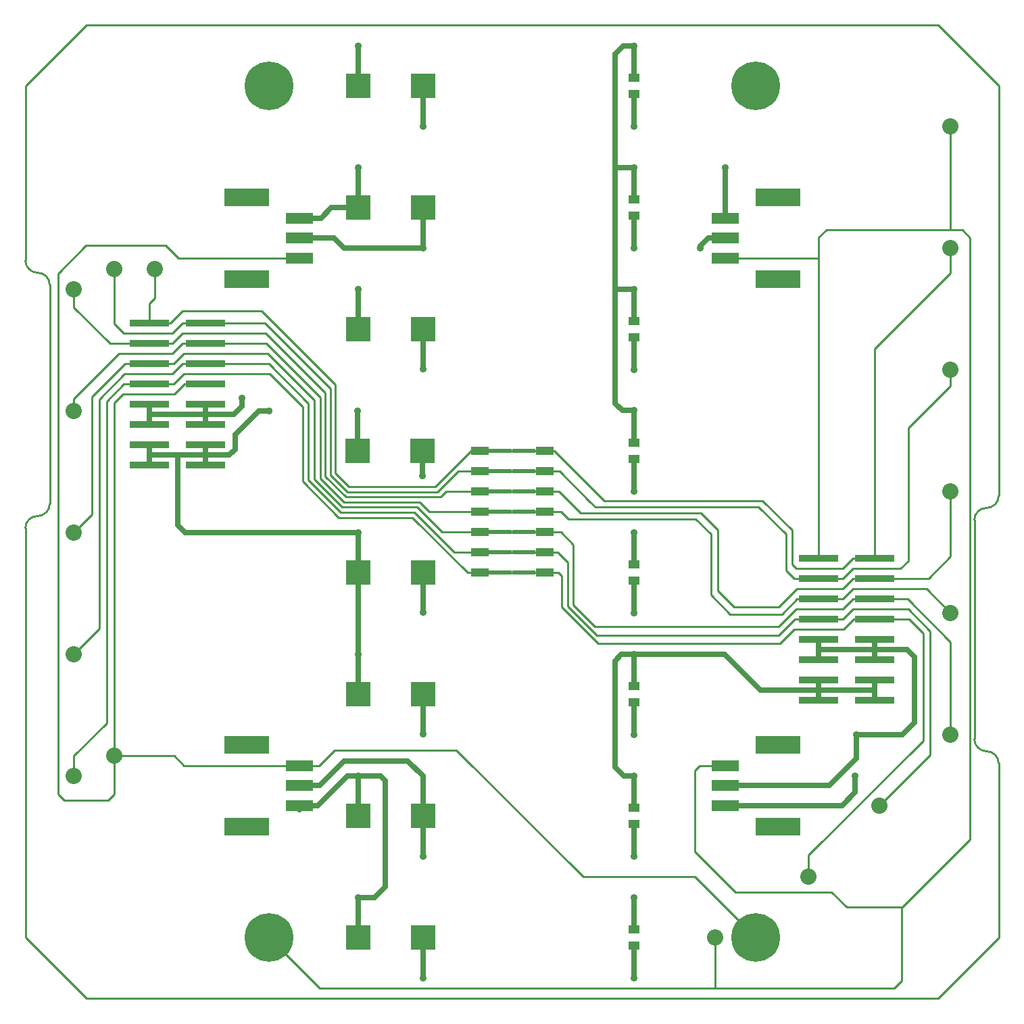
<source format=gbl>
G04 #@! TF.FileFunction,Copper,L2,Bot,Signal*
%FSLAX46Y46*%
G04 Gerber Fmt 4.6, Leading zero omitted, Abs format (unit mm)*
G04 Created by KiCad (PCBNEW 0.201504141001+5596~22~ubuntu14.10.1-product) date Friday 17 April 2015 10:18:20 PM IST*
%MOMM*%
G01*
G04 APERTURE LIST*
%ADD10C,0.152400*%
%ADD11C,0.254000*%
%ADD12R,5.000000X0.900000*%
%ADD13R,2.200000X1.016000*%
%ADD14R,3.000000X0.500000*%
%ADD15R,3.048000X3.048000*%
%ADD16R,3.400000X1.400000*%
%ADD17R,5.600000X2.300000*%
%ADD18R,1.422400X1.066800*%
%ADD19C,6.096000*%
%ADD20C,2.032000*%
%ADD21C,0.889000*%
%ADD22C,0.635000*%
G04 APERTURE END LIST*
D10*
D11*
X147320000Y-33020000D02*
X139700000Y-25400000D01*
X147320000Y-139700000D02*
X139700000Y-147320000D01*
X25400000Y-139700000D02*
X33020000Y-147320000D01*
X33020000Y-25400000D02*
X25400000Y-33020000D01*
X147320000Y-117856000D02*
G75*
G03X145796000Y-116332000I-1524000J0D01*
G01*
X144272000Y-114808000D02*
G75*
G03X145796000Y-116332000I1524000J0D01*
G01*
X145796000Y-85852000D02*
G75*
G03X144272000Y-87376000I0J-1524000D01*
G01*
X145796000Y-85852000D02*
G75*
G03X147320000Y-84328000I0J1524000D01*
G01*
X25400000Y-54864000D02*
G75*
G03X26924000Y-56388000I1524000J0D01*
G01*
X28448000Y-57912000D02*
G75*
G03X26924000Y-56388000I-1524000J0D01*
G01*
X26924000Y-86868000D02*
G75*
G03X25400000Y-88392000I0J-1524000D01*
G01*
X26924000Y-86868000D02*
G75*
G03X28448000Y-85344000I0J1524000D01*
G01*
X147320000Y-84328000D02*
X147320000Y-33020000D01*
X147320000Y-117856000D02*
X147320000Y-139700000D01*
X25400000Y-88392000D02*
X25400000Y-139700000D01*
X25400000Y-54864000D02*
X25400000Y-33020000D01*
X144272000Y-101092000D02*
X144272000Y-114808000D01*
X144272000Y-101092000D02*
X144272000Y-87376000D01*
X28448000Y-71628000D02*
X28448000Y-85344000D01*
X28448000Y-71628000D02*
X28448000Y-57912000D01*
X139700000Y-147320000D02*
X33020000Y-147320000D01*
X33020000Y-25400000D02*
X139700000Y-25400000D01*
D12*
X124770000Y-92202000D03*
X131770000Y-92202000D03*
X131770000Y-94742000D03*
X124770000Y-94742000D03*
X131770000Y-97282000D03*
X124770000Y-97282000D03*
X131770000Y-99822000D03*
X124770000Y-99822000D03*
X131770000Y-102362000D03*
X124770000Y-102362000D03*
X131770000Y-104902000D03*
X124770000Y-104902000D03*
X131770000Y-107442000D03*
X124770000Y-107442000D03*
X131770000Y-109982000D03*
X124770000Y-109982000D03*
X40950000Y-62738000D03*
X47950000Y-62738000D03*
X47950000Y-65278000D03*
X40950000Y-65278000D03*
X47950000Y-67818000D03*
X40950000Y-67818000D03*
X47950000Y-70358000D03*
X40950000Y-70358000D03*
X47950000Y-72898000D03*
X40950000Y-72898000D03*
X47950000Y-75438000D03*
X40950000Y-75438000D03*
X47950000Y-77978000D03*
X40950000Y-77978000D03*
X47950000Y-80518000D03*
X40950000Y-80518000D03*
D13*
X90424000Y-78740000D03*
X82296000Y-78740000D03*
D14*
X84860000Y-78740000D03*
X87860000Y-78740000D03*
D13*
X90424000Y-81280000D03*
X82296000Y-81280000D03*
D14*
X84860000Y-81280000D03*
X87860000Y-81280000D03*
D13*
X90424000Y-83820000D03*
X82296000Y-83820000D03*
D14*
X84860000Y-83820000D03*
X87860000Y-83820000D03*
D13*
X90424000Y-86360000D03*
X82296000Y-86360000D03*
D14*
X84860000Y-86360000D03*
X87860000Y-86360000D03*
D13*
X90424000Y-88900000D03*
X82296000Y-88900000D03*
D14*
X84860000Y-88900000D03*
X87860000Y-88900000D03*
D13*
X90424000Y-91440000D03*
X82296000Y-91440000D03*
D14*
X84860000Y-91440000D03*
X87860000Y-91440000D03*
D13*
X90424000Y-93980000D03*
X82296000Y-93980000D03*
D14*
X84860000Y-93980000D03*
X87860000Y-93980000D03*
D15*
X75184000Y-139700000D03*
X67056000Y-139700000D03*
X75184000Y-124460000D03*
X67056000Y-124460000D03*
X75184000Y-109220000D03*
X67056000Y-109220000D03*
X75184000Y-93980000D03*
X67056000Y-93980000D03*
X75171300Y-78740000D03*
X67043300Y-78740000D03*
X75184000Y-63500000D03*
X67056000Y-63500000D03*
X75184000Y-48260000D03*
X67056000Y-48260000D03*
X75184000Y-33020000D03*
X67056000Y-33020000D03*
D16*
X59690000Y-52070000D03*
X59690000Y-54570000D03*
D17*
X53090000Y-57170000D03*
X53090000Y-46970000D03*
D16*
X59690000Y-49570000D03*
X113030000Y-52070000D03*
X113030000Y-49570000D03*
D17*
X119630000Y-46970000D03*
X119630000Y-57170000D03*
D16*
X113030000Y-54570000D03*
X59690000Y-120650000D03*
X59690000Y-123150000D03*
D17*
X53090000Y-125750000D03*
X53090000Y-115550000D03*
D16*
X59690000Y-118150000D03*
X113030000Y-120650000D03*
X113030000Y-118150000D03*
D17*
X119630000Y-115550000D03*
X119630000Y-125750000D03*
D16*
X113030000Y-123150000D03*
D18*
X101600000Y-32004000D03*
X101600000Y-34036000D03*
X101600000Y-47244000D03*
X101600000Y-49276000D03*
X101600000Y-62484000D03*
X101600000Y-64516000D03*
X101600000Y-77724000D03*
X101600000Y-79756000D03*
X101600000Y-92964000D03*
X101600000Y-94996000D03*
X101600000Y-108204000D03*
X101600000Y-110236000D03*
X101600000Y-123444000D03*
X101600000Y-125476000D03*
X101600000Y-138684000D03*
X101600000Y-140716000D03*
D19*
X55880000Y-139700000D03*
X116840000Y-139700000D03*
X55880000Y-33020000D03*
X116840000Y-33020000D03*
D20*
X36512500Y-116903500D03*
X123507500Y-132016500D03*
X31432500Y-119443500D03*
X132397500Y-123126500D03*
X31432500Y-104203500D03*
X141287500Y-114236500D03*
X31432500Y-88963500D03*
X141287500Y-98996500D03*
X31432500Y-73723500D03*
X141300200Y-83769200D03*
X31432500Y-58483500D03*
X141287500Y-68516500D03*
X36512500Y-55943500D03*
X141287500Y-53276500D03*
X41592500Y-55943500D03*
X141287500Y-38036500D03*
X111760000Y-139700000D03*
D21*
X52565300Y-72072500D03*
X75184000Y-144729200D03*
X75184000Y-129489200D03*
X75184000Y-114198400D03*
X75184000Y-98958400D03*
X75184000Y-68478400D03*
X75184000Y-53289200D03*
X75184000Y-38049200D03*
X109931200Y-53289200D03*
X75171300Y-81813400D03*
X101600000Y-38049200D03*
X101600000Y-53289200D03*
X101600000Y-68529200D03*
X101600000Y-83769200D03*
X101600000Y-99009200D03*
X101600000Y-114249200D03*
X101600000Y-129489200D03*
X101600000Y-144729200D03*
X129476500Y-114236500D03*
X113030000Y-43230800D03*
X55943500Y-73723500D03*
X129362200Y-119443500D03*
X67056000Y-134670800D03*
X67056000Y-119430800D03*
X67056000Y-104190800D03*
X67056000Y-88950800D03*
X67056000Y-58470800D03*
X67056000Y-43230800D03*
X67056000Y-27990800D03*
X67043300Y-73723500D03*
X101600000Y-27990800D03*
X101600000Y-43230800D03*
X101600000Y-58470800D03*
X101650800Y-73660000D03*
X101600000Y-88950800D03*
X101600000Y-104190800D03*
X101600000Y-119430800D03*
X101600000Y-134670800D03*
D11*
X59690000Y-118150000D02*
X62190000Y-118150000D01*
X109220000Y-132080000D02*
X116840000Y-139700000D01*
X95250000Y-132080000D02*
X109220000Y-132080000D01*
X79375000Y-116205000D02*
X95250000Y-132080000D01*
X64135000Y-116205000D02*
X79375000Y-116205000D01*
X62190000Y-118150000D02*
X64135000Y-116205000D01*
X36512500Y-116903500D02*
X36512500Y-121737500D01*
X29500000Y-121750000D02*
X29500000Y-56500000D01*
X30250000Y-122500000D02*
X29500000Y-121750000D01*
X35750000Y-122500000D02*
X30250000Y-122500000D01*
X36512500Y-121737500D02*
X35750000Y-122500000D01*
X59690000Y-54570000D02*
X44570000Y-54570000D01*
X44570000Y-54570000D02*
X43000000Y-53000000D01*
X43000000Y-53000000D02*
X33000000Y-53000000D01*
X33000000Y-53000000D02*
X29500000Y-56500000D01*
X44069000Y-71628000D02*
X37592000Y-71628000D01*
X47950000Y-70358000D02*
X45339000Y-70358000D01*
X45339000Y-70358000D02*
X44069000Y-71628000D01*
X59690000Y-118150000D02*
X45277400Y-118150000D01*
X44030900Y-116903500D02*
X45277400Y-118150000D01*
X36512500Y-116903500D02*
X44030900Y-116903500D01*
X36512500Y-72707500D02*
X37592000Y-71628000D01*
X36512500Y-116903500D02*
X36512500Y-72707500D01*
X73850500Y-87058500D02*
X64643000Y-87058500D01*
X87860000Y-93980000D02*
X84860000Y-93980000D01*
X137871200Y-101574600D02*
X137871200Y-114985800D01*
X137871200Y-114985800D02*
X123507500Y-129349500D01*
X87630000Y-93980000D02*
X90424000Y-93980000D01*
X121666000Y-101092000D02*
X119888000Y-102870000D01*
X121666000Y-101092000D02*
X127889000Y-101092000D01*
X129159000Y-99822000D02*
X131770000Y-99822000D01*
X127889000Y-101092000D02*
X129159000Y-99822000D01*
X90424000Y-93980000D02*
X92151200Y-93980000D01*
X97142300Y-102870000D02*
X92544900Y-98272600D01*
X92544900Y-98272600D02*
X92544900Y-94373700D01*
X92544900Y-94373700D02*
X92151200Y-93980000D01*
X119888000Y-102870000D02*
X97142300Y-102870000D01*
X131770000Y-99822000D02*
X136118600Y-99822000D01*
X136118600Y-99822000D02*
X137871200Y-101574600D01*
X123507500Y-132016500D02*
X123507500Y-129349500D01*
X85090000Y-93980000D02*
X82296000Y-93980000D01*
X80772000Y-93980000D02*
X73850500Y-87058500D01*
X82296000Y-93980000D02*
X80772000Y-93980000D01*
X60109100Y-73190100D02*
X56007000Y-69088000D01*
X64643000Y-87058500D02*
X60109100Y-82524600D01*
X60109100Y-82524600D02*
X60109100Y-73190100D01*
X43942000Y-70358000D02*
X40950000Y-70358000D01*
X37719000Y-70358000D02*
X35572700Y-72504300D01*
X40950000Y-70358000D02*
X37719000Y-70358000D01*
X35572700Y-72504300D02*
X35572700Y-112788700D01*
X31432500Y-116928900D02*
X35572700Y-112788700D01*
X31432500Y-119443500D02*
X31432500Y-116928900D01*
X45212000Y-69088000D02*
X56007000Y-69088000D01*
X43942000Y-70358000D02*
X45212000Y-69088000D01*
X74142600Y-86436200D02*
X64858900Y-86436200D01*
X84860000Y-91440000D02*
X87860000Y-91440000D01*
X138760200Y-101269800D02*
X138760200Y-116763800D01*
X138760200Y-116763800D02*
X132397500Y-123126500D01*
X90424000Y-91440000D02*
X87630000Y-91440000D01*
X124770000Y-99822000D02*
X121793000Y-99822000D01*
X92087700Y-91440000D02*
X90424000Y-91440000D01*
X121793000Y-99822000D02*
X119761000Y-101854000D01*
X124770000Y-99822000D02*
X126873000Y-99822000D01*
X97015300Y-101854000D02*
X93345000Y-98183700D01*
X93345000Y-98183700D02*
X93345000Y-92697300D01*
X93345000Y-92697300D02*
X92087700Y-91440000D01*
X119761000Y-101854000D02*
X97015300Y-101854000D01*
X136042400Y-98552000D02*
X138760200Y-101269800D01*
X127762000Y-99822000D02*
X124770000Y-99822000D01*
X127762000Y-99822000D02*
X129032000Y-98552000D01*
X129032000Y-98552000D02*
X136042400Y-98552000D01*
X85090000Y-91440000D02*
X82296000Y-91440000D01*
X82296000Y-91440000D02*
X82296000Y-91135200D01*
X79146400Y-91440000D02*
X74142600Y-86436200D01*
X82296000Y-91440000D02*
X79146400Y-91440000D01*
X64858900Y-86436200D02*
X60807600Y-82384900D01*
X60807600Y-82384900D02*
X60807600Y-72745600D01*
X60807600Y-72745600D02*
X55880000Y-67818000D01*
X47950000Y-67818000D02*
X55880000Y-67818000D01*
X47950000Y-67818000D02*
X45085000Y-67818000D01*
X37795200Y-69088000D02*
X34645600Y-72237600D01*
X43815000Y-69088000D02*
X37795200Y-69088000D01*
X45085000Y-67818000D02*
X43815000Y-69088000D01*
X34645600Y-100990400D02*
X31432500Y-104203500D01*
X34645600Y-72237600D02*
X34645600Y-100990400D01*
X61569600Y-82232500D02*
X61569600Y-72390000D01*
X87860000Y-88900000D02*
X84860000Y-88900000D01*
X87630000Y-88900000D02*
X90424000Y-88900000D01*
X127762000Y-98552000D02*
X121920000Y-98552000D01*
X92481400Y-88900000D02*
X90424000Y-88900000D01*
X121920000Y-98552000D02*
X119761000Y-100711000D01*
X131770000Y-97282000D02*
X129032000Y-97282000D01*
X129032000Y-97282000D02*
X127762000Y-98552000D01*
X131770000Y-97282000D02*
X135940800Y-97282000D01*
X141287500Y-102628700D02*
X135940800Y-97282000D01*
X141287500Y-114236500D02*
X141287500Y-102628700D01*
X96748600Y-100711000D02*
X94030800Y-97993200D01*
X94030800Y-97993200D02*
X94030800Y-90449400D01*
X94030800Y-90449400D02*
X92481400Y-88900000D01*
X119761000Y-100711000D02*
X96748600Y-100711000D01*
X82296000Y-88900000D02*
X85090000Y-88900000D01*
X77584300Y-88900000D02*
X74447400Y-85763100D01*
X74447400Y-85763100D02*
X65100200Y-85763100D01*
X65100200Y-85763100D02*
X61569600Y-82232500D01*
X82296000Y-88900000D02*
X77584300Y-88900000D01*
X61569600Y-72390000D02*
X55727600Y-66548000D01*
X55727600Y-66548000D02*
X45212000Y-66548000D01*
X45212000Y-66548000D02*
X43942000Y-67818000D01*
X43942000Y-67818000D02*
X40950000Y-67818000D01*
X40950000Y-67818000D02*
X37896800Y-67818000D01*
X37896800Y-67818000D02*
X33743900Y-71970900D01*
X33743900Y-86652100D02*
X31432500Y-88963500D01*
X33743900Y-71970900D02*
X33743900Y-86652100D01*
X120142000Y-99187000D02*
X113665000Y-99187000D01*
X109347000Y-87249000D02*
X93383100Y-87249000D01*
X111252000Y-89154000D02*
X109347000Y-87249000D01*
X111252000Y-96774000D02*
X111252000Y-89154000D01*
X113665000Y-99187000D02*
X111252000Y-96774000D01*
X74764900Y-85140800D02*
X65316100Y-85140800D01*
X84860000Y-86360000D02*
X87860000Y-86360000D01*
X90424000Y-86360000D02*
X87630000Y-86360000D01*
X92494100Y-86360000D02*
X90424000Y-86360000D01*
X122047000Y-97282000D02*
X120142000Y-99187000D01*
X124770000Y-97282000D02*
X122047000Y-97282000D01*
X127762000Y-97282000D02*
X124770000Y-97282000D01*
X127762000Y-97282000D02*
X129032000Y-96012000D01*
X129032000Y-96012000D02*
X138303000Y-96012000D01*
X93383100Y-87249000D02*
X92494100Y-86360000D01*
X138303000Y-96012000D02*
X141287500Y-98996500D01*
X85090000Y-86360000D02*
X82296000Y-86360000D01*
X75984100Y-86360000D02*
X74764900Y-85140800D01*
X82296000Y-86360000D02*
X75984100Y-86360000D01*
X65316100Y-85140800D02*
X62318900Y-82143600D01*
X62318900Y-82143600D02*
X62318900Y-72021700D01*
X62318900Y-72021700D02*
X55575200Y-65278000D01*
X47950000Y-65278000D02*
X55575200Y-65278000D01*
X45085000Y-65278000D02*
X43815000Y-66548000D01*
X47950000Y-65278000D02*
X45085000Y-65278000D01*
X37109400Y-66548000D02*
X31432500Y-72224900D01*
X31432500Y-72224900D02*
X31432500Y-73723500D01*
X43815000Y-66548000D02*
X37109400Y-66548000D01*
X119761000Y-98298000D02*
X114173000Y-98298000D01*
X109982000Y-86487000D02*
X94907100Y-86487000D01*
X112141000Y-88646000D02*
X109982000Y-86487000D01*
X112141000Y-96266000D02*
X112141000Y-88646000D01*
X114173000Y-98298000D02*
X112141000Y-96266000D01*
X87860000Y-83820000D02*
X84860000Y-83820000D01*
X131770000Y-94742000D02*
X138508000Y-94742000D01*
X141300200Y-91949800D02*
X141300200Y-83769200D01*
X138508000Y-94742000D02*
X141300200Y-91949800D01*
X87630000Y-83820000D02*
X90424000Y-83820000D01*
X94907100Y-86487000D02*
X92240100Y-83820000D01*
X127762000Y-96012000D02*
X122047000Y-96012000D01*
X122047000Y-96012000D02*
X119761000Y-98298000D01*
X129032000Y-94742000D02*
X127762000Y-96012000D01*
X129032000Y-94742000D02*
X131770000Y-94742000D01*
X90424000Y-83820000D02*
X92240100Y-83820000D01*
X82296000Y-83820000D02*
X85090000Y-83820000D01*
X78092300Y-83820000D02*
X77419200Y-84493100D01*
X77419200Y-84493100D02*
X65532002Y-84493100D01*
X82296000Y-83820000D02*
X78092300Y-83820000D01*
X62941200Y-81902298D02*
X62941200Y-71450200D01*
X65532002Y-84493100D02*
X62941200Y-81902298D01*
X62941200Y-71450200D02*
X55499000Y-64008000D01*
X45085000Y-64008000D02*
X43815000Y-65278000D01*
X55499000Y-64008000D02*
X45085000Y-64008000D01*
X43815000Y-65278000D02*
X40950000Y-65278000D01*
X35991800Y-65278000D02*
X31432500Y-60718700D01*
X31432500Y-60718700D02*
X31432500Y-58483500D01*
X40950000Y-65278000D02*
X35991800Y-65278000D01*
X124770000Y-94742000D02*
X121666000Y-94742000D01*
X96774000Y-85725000D02*
X96062800Y-85013800D01*
X117221000Y-85725000D02*
X96774000Y-85725000D01*
X120650000Y-89154000D02*
X117221000Y-85725000D01*
X120650000Y-93726000D02*
X120650000Y-89154000D01*
X121666000Y-94742000D02*
X120650000Y-93726000D01*
X77038200Y-83832700D02*
X65735200Y-83832700D01*
X84860000Y-81280000D02*
X87860000Y-81280000D01*
X129032000Y-93472000D02*
X135028000Y-93472000D01*
X136000000Y-75848700D02*
X141287500Y-70561200D01*
X136000000Y-92500000D02*
X136000000Y-75848700D01*
X135028000Y-93472000D02*
X136000000Y-92500000D01*
X90424000Y-81280000D02*
X87630000Y-81280000D01*
X92329000Y-81280000D02*
X90424000Y-81280000D01*
X127762000Y-94742000D02*
X124770000Y-94742000D01*
X127762000Y-94742000D02*
X129032000Y-93472000D01*
X96062800Y-85013800D02*
X92329000Y-81280000D01*
X141287500Y-70561200D02*
X141287500Y-68516500D01*
X85090000Y-81280000D02*
X82296000Y-81280000D01*
X79590900Y-81280000D02*
X77038200Y-83832700D01*
X82296000Y-81280000D02*
X79590900Y-81280000D01*
X65735200Y-83832700D02*
X63614300Y-81711800D01*
X63614300Y-81711800D02*
X63614300Y-70929500D01*
X63614300Y-70929500D02*
X55422800Y-62738000D01*
X47950000Y-62738000D02*
X55422800Y-62738000D01*
X43815000Y-64008000D02*
X37719000Y-64008000D01*
X45085000Y-62738000D02*
X43815000Y-64008000D01*
X47950000Y-62738000D02*
X45085000Y-62738000D01*
X36512500Y-62801500D02*
X37719000Y-64008000D01*
X36512500Y-55943500D02*
X36512500Y-62801500D01*
X90424000Y-78740000D02*
X91681300Y-78740000D01*
X121920000Y-93472000D02*
X121412000Y-92964000D01*
X127762000Y-93472000D02*
X121920000Y-93472000D01*
X129032000Y-92202000D02*
X127762000Y-93472000D01*
X121412000Y-88620600D02*
X117754400Y-84963000D01*
X117754400Y-84963000D02*
X97904300Y-84963000D01*
X121412000Y-92964000D02*
X121412000Y-88620600D01*
X129032000Y-92202000D02*
X131770000Y-92202000D01*
X91681300Y-78740000D02*
X97904300Y-84963000D01*
X76771500Y-83172300D02*
X65913000Y-83172300D01*
X87860000Y-78740000D02*
X84860000Y-78740000D01*
X131770000Y-92202000D02*
X131770000Y-65930900D01*
X141287500Y-56413400D02*
X141287500Y-53276500D01*
X131770000Y-65930900D02*
X141287500Y-56413400D01*
X87630000Y-78740000D02*
X90424000Y-78740000D01*
X82296000Y-78740000D02*
X85090000Y-78740000D01*
X81203800Y-78740000D02*
X76771500Y-83172300D01*
X82296000Y-78740000D02*
X81203800Y-78740000D01*
X65913000Y-83172300D02*
X64236600Y-81495900D01*
X64236600Y-70434200D02*
X55016400Y-61214000D01*
X64236600Y-81495900D02*
X64236600Y-70434200D01*
X45085000Y-61214000D02*
X55016400Y-61214000D01*
X43561000Y-62738000D02*
X45085000Y-61214000D01*
X40950000Y-62738000D02*
X43561000Y-62738000D01*
X41592500Y-59575700D02*
X41592500Y-55943500D01*
X40950000Y-60218200D02*
X41592500Y-59575700D01*
X40950000Y-62738000D02*
X40950000Y-60218200D01*
X135197500Y-135890000D02*
X135197500Y-145052500D01*
X134200000Y-146050000D02*
X111760000Y-146050000D01*
X135197500Y-145052500D02*
X134200000Y-146050000D01*
X126365000Y-133985000D02*
X114300000Y-133985000D01*
X114300000Y-133985000D02*
X109220000Y-128905000D01*
X128270000Y-135890000D02*
X135197500Y-135890000D01*
X135197500Y-135890000D02*
X135255000Y-135890000D01*
X126365000Y-133985000D02*
X128270000Y-135890000D01*
X143751300Y-52001300D02*
X143751300Y-127393700D01*
X142750000Y-51000000D02*
X143751300Y-52001300D01*
X141287500Y-51000000D02*
X142750000Y-51000000D01*
X143751300Y-127393700D02*
X135255000Y-135890000D01*
X111760000Y-139700000D02*
X111760000Y-146050000D01*
X62230000Y-146050000D02*
X55880000Y-139700000D01*
X111760000Y-146050000D02*
X62230000Y-146050000D01*
X113030000Y-118150000D02*
X109850000Y-118150000D01*
X141287500Y-38036500D02*
X141287500Y-51000000D01*
X124770000Y-54570000D02*
X124770000Y-51980000D01*
X124770000Y-51980000D02*
X125750000Y-51000000D01*
X125750000Y-51000000D02*
X141287500Y-51000000D01*
X124770000Y-92202000D02*
X124770000Y-54570000D01*
X113030000Y-54570000D02*
X124770000Y-54570000D01*
X109220000Y-128905000D02*
X109220000Y-118780000D01*
X109220000Y-118780000D02*
X109850000Y-118150000D01*
D22*
X131750000Y-103632000D02*
X135882000Y-103632000D01*
X135263500Y-114236500D02*
X129476500Y-114236500D01*
X136750000Y-112750000D02*
X135263500Y-114236500D01*
X136750000Y-104500000D02*
X136750000Y-112750000D01*
X135882000Y-103632000D02*
X136750000Y-104500000D01*
X51485800Y-74168000D02*
X52565300Y-73088500D01*
X52565300Y-73088500D02*
X52565300Y-72072500D01*
X47950000Y-74168000D02*
X51485800Y-74168000D01*
X109931200Y-53289200D02*
X109931200Y-53068800D01*
X110930000Y-52070000D02*
X113030000Y-52070000D01*
X109931200Y-53068800D02*
X110930000Y-52070000D01*
X75184000Y-53289200D02*
X65289200Y-53289200D01*
X64070000Y-52070000D02*
X59690000Y-52070000D01*
X65289200Y-53289200D02*
X64070000Y-52070000D01*
X59690000Y-120650000D02*
X62268100Y-120650000D01*
X75184000Y-119456200D02*
X75184000Y-124460000D01*
X73304400Y-117576600D02*
X75184000Y-119456200D01*
X65341500Y-117576600D02*
X73304400Y-117576600D01*
X62268100Y-120650000D02*
X65341500Y-117576600D01*
X124770000Y-103632000D02*
X131750000Y-103632000D01*
X131750000Y-103632000D02*
X131770000Y-103632000D01*
X131770000Y-102362000D02*
X131770000Y-103632000D01*
X131770000Y-103632000D02*
X131770000Y-104902000D01*
X124770000Y-102362000D02*
X124770000Y-103632000D01*
X124770000Y-103632000D02*
X124770000Y-104902000D01*
X40950000Y-74168000D02*
X47950000Y-74168000D01*
X47950000Y-72898000D02*
X47950000Y-74168000D01*
X47950000Y-74168000D02*
X47950000Y-75438000D01*
X40950000Y-72898000D02*
X40950000Y-74168000D01*
X40950000Y-74168000D02*
X40950000Y-75438000D01*
X75184000Y-139700000D02*
X75184000Y-144729200D01*
X75184000Y-124460000D02*
X75184000Y-129489200D01*
X75184000Y-109220000D02*
X75184000Y-114198400D01*
X75184000Y-93980000D02*
X75184000Y-98958400D01*
X75184000Y-63500000D02*
X75184000Y-68478400D01*
X75184000Y-48260000D02*
X75184000Y-53289200D01*
X75184000Y-33020000D02*
X75184000Y-38049200D01*
X75171300Y-78740000D02*
X75171300Y-81813400D01*
X101600000Y-34036000D02*
X101600000Y-38049200D01*
X101600000Y-49276000D02*
X101600000Y-53289200D01*
X101600000Y-64516000D02*
X101600000Y-68529200D01*
X101600000Y-79756000D02*
X101600000Y-83769200D01*
X101600000Y-94996000D02*
X101600000Y-99009200D01*
X101600000Y-110236000D02*
X101600000Y-114249200D01*
X101600000Y-125476000D02*
X101600000Y-129489200D01*
X101600000Y-140716000D02*
X101600000Y-144729200D01*
X129476500Y-117254020D02*
X129476500Y-114236500D01*
X113030000Y-120650000D02*
X126080520Y-120650000D01*
X126080520Y-120650000D02*
X129476500Y-117254020D01*
X99250000Y-105000000D02*
X99250000Y-118300000D01*
X100380800Y-119430800D02*
X101600000Y-119430800D01*
X99250000Y-118300000D02*
X100380800Y-119430800D01*
X67056000Y-119430800D02*
X69900800Y-119430800D01*
X69164200Y-134670800D02*
X67056000Y-134670800D01*
X70485000Y-133350000D02*
X69164200Y-134670800D01*
X70485000Y-120015000D02*
X70485000Y-133350000D01*
X69900800Y-119430800D02*
X70485000Y-120015000D01*
X124770000Y-108712000D02*
X117462000Y-108712000D01*
X112940800Y-104190800D02*
X101600000Y-104190800D01*
X117462000Y-108712000D02*
X112940800Y-104190800D01*
X44500000Y-79248000D02*
X44500000Y-88000000D01*
X45450800Y-88950800D02*
X67056000Y-88950800D01*
X44500000Y-88000000D02*
X45450800Y-88950800D01*
X67056000Y-104190800D02*
X67056000Y-93980000D01*
X101600000Y-58470800D02*
X99250000Y-58470800D01*
X101600000Y-43230800D02*
X99250000Y-43230800D01*
X101650800Y-73660000D02*
X100160000Y-73660000D01*
X99250000Y-72750000D02*
X99250000Y-58470800D01*
X100160000Y-73660000D02*
X99250000Y-72750000D01*
X99250000Y-58470800D02*
X99250000Y-43230800D01*
X100259200Y-27990800D02*
X101600000Y-27990800D01*
X99250000Y-43230800D02*
X99250000Y-29000000D01*
X99250000Y-29000000D02*
X100259200Y-27990800D01*
X100059200Y-104190800D02*
X101600000Y-104190800D01*
X99250000Y-105000000D02*
X100059200Y-104190800D01*
X113030000Y-49570000D02*
X113030000Y-43230800D01*
X59690000Y-49570000D02*
X62430000Y-49570000D01*
X63740000Y-48260000D02*
X67056000Y-48260000D01*
X62430000Y-49570000D02*
X63740000Y-48260000D01*
X47950000Y-79248000D02*
X50939700Y-79248000D01*
X54673500Y-73723500D02*
X55943500Y-73723500D01*
X51689000Y-76708000D02*
X54673500Y-73723500D01*
X51689000Y-78498700D02*
X51689000Y-76708000D01*
X50939700Y-79248000D02*
X51689000Y-78498700D01*
X59690000Y-123150000D02*
X61977900Y-123150000D01*
X65697100Y-119430800D02*
X67056000Y-119430800D01*
X61977900Y-123150000D02*
X65697100Y-119430800D01*
X113030000Y-123150000D02*
X127675000Y-123150000D01*
X129362200Y-121462800D02*
X129362200Y-119443500D01*
X127675000Y-123150000D02*
X129362200Y-121462800D01*
X124770000Y-108712000D02*
X131770000Y-108712000D01*
X131770000Y-107442000D02*
X131770000Y-108712000D01*
X131770000Y-108712000D02*
X131770000Y-109982000D01*
X124770000Y-107442000D02*
X124770000Y-108712000D01*
X124770000Y-108712000D02*
X124770000Y-109982000D01*
X40950000Y-79248000D02*
X44500000Y-79248000D01*
X44500000Y-79248000D02*
X47950000Y-79248000D01*
X47950000Y-77978000D02*
X47950000Y-79248000D01*
X47950000Y-79248000D02*
X47950000Y-80518000D01*
X40950000Y-77978000D02*
X40950000Y-79248000D01*
X40950000Y-79248000D02*
X40950000Y-80518000D01*
X59690000Y-123150000D02*
X59690000Y-123698000D01*
X67056000Y-139700000D02*
X67056000Y-134670800D01*
X67056000Y-124460000D02*
X67056000Y-119430800D01*
X67056000Y-109220000D02*
X67056000Y-104190800D01*
X67056000Y-93980000D02*
X67056000Y-88950800D01*
X67056000Y-63500000D02*
X67056000Y-58470800D01*
X67056000Y-48260000D02*
X67056000Y-43230800D01*
X67056000Y-33020000D02*
X67056000Y-27990800D01*
X67043300Y-78740000D02*
X67043300Y-73723500D01*
X101600000Y-32004000D02*
X101600000Y-27990800D01*
X101600000Y-47244000D02*
X101600000Y-43230800D01*
X101600000Y-62484000D02*
X101600000Y-58470800D01*
X101600000Y-73710800D02*
X101650800Y-73660000D01*
X101600000Y-77724000D02*
X101600000Y-73710800D01*
X101600000Y-92964000D02*
X101600000Y-88950800D01*
X101600000Y-108204000D02*
X101600000Y-104190800D01*
X101600000Y-123444000D02*
X101600000Y-119430800D01*
X101600000Y-138684000D02*
X101600000Y-134670800D01*
M02*

</source>
